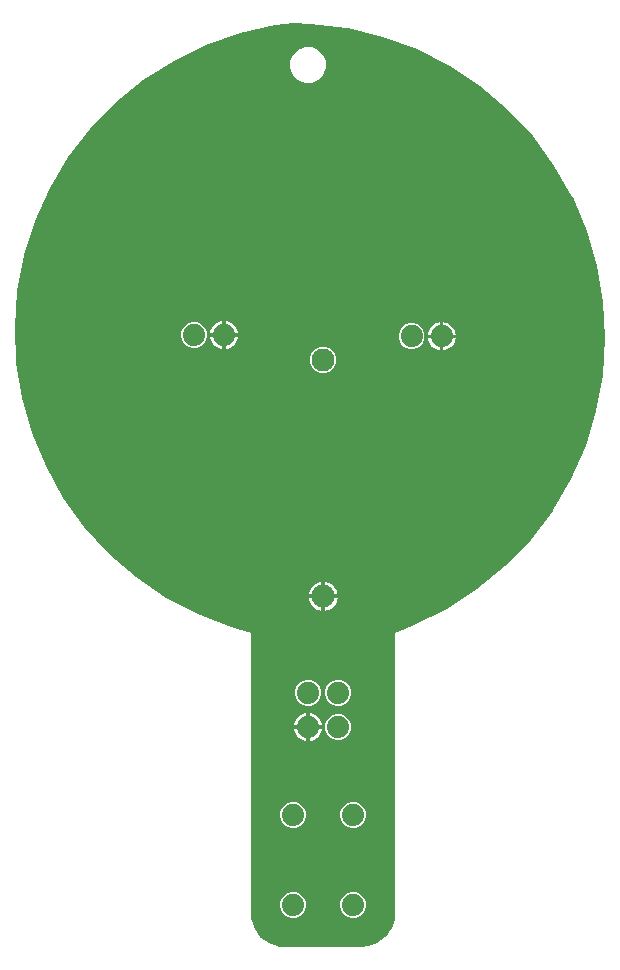
<source format=gtl>
G04 EAGLE Gerber X2 export*
G75*
%MOMM*%
%FSLAX34Y34*%
%LPD*%
%AMOC8*
5,1,8,0,0,1.08239X$1,22.5*%
G01*
%ADD10C,1.879600*%
%ADD11C,1.950000*%

G36*
X299869Y2544D02*
X299869Y2544D01*
X299907Y2543D01*
X304139Y2876D01*
X304144Y2877D01*
X304150Y2877D01*
X304314Y2911D01*
X312363Y5526D01*
X312395Y5543D01*
X312430Y5551D01*
X312576Y5634D01*
X319423Y10609D01*
X319448Y10634D01*
X319478Y10653D01*
X319591Y10777D01*
X324566Y17624D01*
X324582Y17656D01*
X324605Y17684D01*
X324674Y17837D01*
X327289Y25886D01*
X327290Y25891D01*
X327292Y25896D01*
X327324Y26061D01*
X327657Y30293D01*
X327655Y30315D01*
X327659Y30352D01*
X327659Y266127D01*
X327652Y266173D01*
X327654Y266220D01*
X327623Y266349D01*
X327620Y266370D01*
X327617Y266375D01*
X327615Y266383D01*
X327453Y266835D01*
X327586Y267116D01*
X327609Y267197D01*
X327641Y267275D01*
X327646Y267326D01*
X327654Y267352D01*
X327653Y267382D01*
X327659Y267441D01*
X327659Y267752D01*
X327998Y268091D01*
X328026Y268130D01*
X328060Y268161D01*
X328130Y268274D01*
X328142Y268291D01*
X328144Y268297D01*
X328148Y268304D01*
X328353Y268738D01*
X328646Y268842D01*
X328720Y268883D01*
X328797Y268916D01*
X328837Y268948D01*
X328861Y268962D01*
X328881Y268984D01*
X328928Y269021D01*
X329148Y269241D01*
X329581Y269241D01*
X329639Y269250D01*
X329696Y269250D01*
X329793Y269275D01*
X329824Y269280D01*
X329837Y269287D01*
X329858Y269293D01*
X343715Y274711D01*
X343736Y274723D01*
X343776Y274738D01*
X371378Y288413D01*
X371402Y288430D01*
X371455Y288457D01*
X397283Y305244D01*
X397305Y305264D01*
X397354Y305296D01*
X421059Y324968D01*
X421078Y324991D01*
X421123Y325029D01*
X442384Y347319D01*
X442400Y347344D01*
X442441Y347387D01*
X460970Y371995D01*
X460983Y372021D01*
X461019Y372069D01*
X476565Y398662D01*
X476576Y398689D01*
X476605Y398741D01*
X488960Y426959D01*
X488967Y426987D01*
X488990Y427042D01*
X497985Y456503D01*
X497989Y456532D01*
X498006Y456589D01*
X503520Y486896D01*
X503520Y486925D01*
X503531Y486983D01*
X505489Y517725D01*
X505486Y517755D01*
X505489Y517814D01*
X503865Y548575D01*
X503859Y548604D01*
X503855Y548663D01*
X498671Y579027D01*
X498662Y579055D01*
X498651Y579113D01*
X489977Y608671D01*
X489964Y608698D01*
X489947Y608754D01*
X477900Y637105D01*
X477884Y637130D01*
X477861Y637184D01*
X462604Y663944D01*
X462585Y663967D01*
X462556Y664019D01*
X444295Y688827D01*
X444274Y688847D01*
X444239Y688895D01*
X423222Y711415D01*
X423199Y711433D01*
X423158Y711476D01*
X399669Y731405D01*
X399643Y731420D01*
X399598Y731458D01*
X373954Y748524D01*
X373927Y748537D01*
X373878Y748569D01*
X346426Y762543D01*
X346397Y762552D01*
X346345Y762579D01*
X317456Y773271D01*
X317427Y773277D01*
X317371Y773297D01*
X287437Y780564D01*
X287407Y780566D01*
X287350Y780580D01*
X256774Y784322D01*
X256750Y784321D01*
X256708Y784327D01*
X241485Y784853D01*
X241453Y784849D01*
X241360Y784847D01*
X226438Y782887D01*
X226415Y782880D01*
X226373Y782876D01*
X196651Y776296D01*
X196623Y776285D01*
X196566Y776272D01*
X167809Y766287D01*
X167783Y766273D01*
X167727Y766253D01*
X140323Y752997D01*
X140299Y752980D01*
X140246Y752954D01*
X114567Y736606D01*
X114545Y736586D01*
X114495Y736554D01*
X90888Y717336D01*
X90868Y717313D01*
X90822Y717276D01*
X69606Y695446D01*
X69589Y695422D01*
X69548Y695380D01*
X51008Y671235D01*
X50994Y671209D01*
X50959Y671162D01*
X35348Y645028D01*
X35337Y645000D01*
X35307Y644949D01*
X22836Y617180D01*
X22828Y617151D01*
X22804Y617097D01*
X13641Y588068D01*
X13637Y588038D01*
X13619Y587982D01*
X7888Y558085D01*
X7888Y558055D01*
X7877Y557997D01*
X5655Y527637D01*
X5658Y527607D01*
X5654Y527549D01*
X6972Y497136D01*
X6978Y497107D01*
X6981Y497048D01*
X11821Y466994D01*
X11830Y466966D01*
X11840Y466907D01*
X20136Y437618D01*
X20149Y437591D01*
X20165Y437535D01*
X31806Y409407D01*
X31822Y409382D01*
X31844Y409327D01*
X46672Y382741D01*
X46690Y382718D01*
X46719Y382666D01*
X64532Y357981D01*
X64554Y357960D01*
X64588Y357913D01*
X85147Y335462D01*
X85170Y335444D01*
X85211Y335401D01*
X108237Y315489D01*
X108262Y315473D01*
X108307Y315435D01*
X133489Y298331D01*
X133515Y298319D01*
X133565Y298286D01*
X160562Y284221D01*
X160590Y284212D01*
X160643Y284185D01*
X189090Y273349D01*
X189114Y273344D01*
X189153Y273328D01*
X203447Y269270D01*
X203468Y269267D01*
X203488Y269259D01*
X203655Y269241D01*
X204252Y269241D01*
X204353Y269140D01*
X204451Y269070D01*
X204548Y268999D01*
X204551Y268998D01*
X204553Y268996D01*
X204563Y268993D01*
X204705Y268940D01*
X204843Y268905D01*
X205172Y268354D01*
X205178Y268346D01*
X205182Y268337D01*
X205287Y268206D01*
X205741Y267752D01*
X205741Y267610D01*
X205760Y267492D01*
X205779Y267373D01*
X205780Y267370D01*
X205780Y267367D01*
X205785Y267358D01*
X205848Y267220D01*
X205921Y267098D01*
X205764Y266476D01*
X205763Y266465D01*
X205759Y266456D01*
X205741Y266289D01*
X205741Y29828D01*
X205744Y29807D01*
X205743Y29769D01*
X206070Y25619D01*
X206071Y25613D01*
X206071Y25608D01*
X206105Y25444D01*
X208669Y17550D01*
X208686Y17519D01*
X208694Y17484D01*
X208777Y17338D01*
X213656Y10624D01*
X213681Y10599D01*
X213700Y10568D01*
X213824Y10456D01*
X220538Y5577D01*
X220570Y5561D01*
X220598Y5538D01*
X220750Y5469D01*
X228643Y2905D01*
X228649Y2904D01*
X228654Y2901D01*
X228819Y2870D01*
X232969Y2543D01*
X232991Y2545D01*
X233028Y2541D01*
X299848Y2541D01*
X299869Y2544D01*
G37*
%LPC*%
G36*
X250968Y734059D02*
X250968Y734059D01*
X245367Y736380D01*
X241080Y740667D01*
X238759Y746268D01*
X238759Y752332D01*
X241080Y757933D01*
X245367Y762220D01*
X250968Y764541D01*
X257032Y764541D01*
X262633Y762220D01*
X266920Y757933D01*
X269241Y752332D01*
X269241Y746268D01*
X266920Y740667D01*
X262633Y736380D01*
X257032Y734059D01*
X250968Y734059D01*
G37*
%LPD*%
%LPC*%
G36*
X264457Y488225D02*
X264457Y488225D01*
X260313Y489942D01*
X257142Y493113D01*
X255425Y497257D01*
X255425Y501743D01*
X257142Y505887D01*
X260313Y509058D01*
X264457Y510775D01*
X268943Y510775D01*
X273087Y509058D01*
X276258Y505887D01*
X277975Y501743D01*
X277975Y497257D01*
X276258Y493113D01*
X273087Y489942D01*
X268943Y488225D01*
X264457Y488225D01*
G37*
%LPD*%
%LPC*%
G36*
X239127Y27177D02*
X239127Y27177D01*
X235113Y28840D01*
X232040Y31913D01*
X230377Y35927D01*
X230377Y40273D01*
X232040Y44287D01*
X235113Y47360D01*
X239127Y49023D01*
X243473Y49023D01*
X247487Y47360D01*
X250560Y44287D01*
X252223Y40273D01*
X252223Y35927D01*
X250560Y31913D01*
X247487Y28840D01*
X243473Y27177D01*
X239127Y27177D01*
G37*
%LPD*%
%LPC*%
G36*
X289927Y27177D02*
X289927Y27177D01*
X285913Y28840D01*
X282840Y31913D01*
X281177Y35927D01*
X281177Y40273D01*
X282840Y44287D01*
X285913Y47360D01*
X289927Y49023D01*
X294273Y49023D01*
X298287Y47360D01*
X301360Y44287D01*
X303023Y40273D01*
X303023Y35927D01*
X301360Y31913D01*
X298287Y28840D01*
X294273Y27177D01*
X289927Y27177D01*
G37*
%LPD*%
%LPC*%
G36*
X239127Y103377D02*
X239127Y103377D01*
X235113Y105040D01*
X232040Y108113D01*
X230377Y112127D01*
X230377Y116473D01*
X232040Y120487D01*
X235113Y123560D01*
X239127Y125223D01*
X243473Y125223D01*
X247487Y123560D01*
X250560Y120487D01*
X252223Y116473D01*
X252223Y112127D01*
X250560Y108113D01*
X247487Y105040D01*
X243473Y103377D01*
X239127Y103377D01*
G37*
%LPD*%
%LPC*%
G36*
X289927Y103377D02*
X289927Y103377D01*
X285913Y105040D01*
X282840Y108113D01*
X281177Y112127D01*
X281177Y116473D01*
X282840Y120487D01*
X285913Y123560D01*
X289927Y125223D01*
X294273Y125223D01*
X298287Y123560D01*
X301360Y120487D01*
X303023Y116473D01*
X303023Y112127D01*
X301360Y108113D01*
X298287Y105040D01*
X294273Y103377D01*
X289927Y103377D01*
G37*
%LPD*%
%LPC*%
G36*
X277227Y177799D02*
X277227Y177799D01*
X273213Y179462D01*
X270140Y182535D01*
X268477Y186549D01*
X268477Y190895D01*
X270140Y194909D01*
X273213Y197982D01*
X277227Y199645D01*
X281573Y199645D01*
X285587Y197982D01*
X288660Y194909D01*
X290323Y190895D01*
X290323Y186549D01*
X288660Y182535D01*
X285587Y179462D01*
X281573Y177799D01*
X277227Y177799D01*
G37*
%LPD*%
%LPC*%
G36*
X251827Y206755D02*
X251827Y206755D01*
X247813Y208418D01*
X244740Y211491D01*
X243077Y215505D01*
X243077Y219851D01*
X244740Y223865D01*
X247813Y226938D01*
X251827Y228601D01*
X256173Y228601D01*
X260187Y226938D01*
X263260Y223865D01*
X264923Y219851D01*
X264923Y215505D01*
X263260Y211491D01*
X260187Y208418D01*
X256173Y206755D01*
X251827Y206755D01*
G37*
%LPD*%
%LPC*%
G36*
X277227Y206755D02*
X277227Y206755D01*
X273213Y208418D01*
X270140Y211491D01*
X268477Y215505D01*
X268477Y219851D01*
X270140Y223865D01*
X273213Y226938D01*
X277227Y228601D01*
X281573Y228601D01*
X285587Y226938D01*
X288660Y223865D01*
X290323Y219851D01*
X290323Y215505D01*
X288660Y211491D01*
X285587Y208418D01*
X281573Y206755D01*
X277227Y206755D01*
G37*
%LPD*%
%LPC*%
G36*
X155307Y509777D02*
X155307Y509777D01*
X151293Y511440D01*
X148220Y514513D01*
X146557Y518527D01*
X146557Y522873D01*
X148220Y526887D01*
X151293Y529960D01*
X155307Y531623D01*
X159653Y531623D01*
X163667Y529960D01*
X166740Y526887D01*
X168403Y522873D01*
X168403Y518527D01*
X166740Y514513D01*
X163667Y511440D01*
X159653Y509777D01*
X155307Y509777D01*
G37*
%LPD*%
%LPC*%
G36*
X339457Y508507D02*
X339457Y508507D01*
X335443Y510170D01*
X332370Y513243D01*
X330707Y517257D01*
X330707Y521603D01*
X332370Y525617D01*
X335443Y528690D01*
X339457Y530353D01*
X343803Y530353D01*
X347817Y528690D01*
X350890Y525617D01*
X352553Y521603D01*
X352553Y517257D01*
X350890Y513243D01*
X347817Y510170D01*
X343803Y508507D01*
X339457Y508507D01*
G37*
%LPD*%
%LPC*%
G36*
X268223Y301023D02*
X268223Y301023D01*
X268223Y311703D01*
X269578Y311488D01*
X271418Y310890D01*
X273142Y310012D01*
X274707Y308875D01*
X276075Y307507D01*
X277212Y305942D01*
X278090Y304218D01*
X278688Y302378D01*
X278903Y301023D01*
X268223Y301023D01*
G37*
%LPD*%
%LPC*%
G36*
X254497Y301023D02*
X254497Y301023D01*
X254712Y302378D01*
X255310Y304218D01*
X256188Y305942D01*
X257325Y307507D01*
X258693Y308875D01*
X260258Y310012D01*
X261982Y310890D01*
X263822Y311488D01*
X265177Y311703D01*
X265177Y301023D01*
X254497Y301023D01*
G37*
%LPD*%
%LPC*%
G36*
X268223Y297977D02*
X268223Y297977D01*
X278903Y297977D01*
X278688Y296622D01*
X278090Y294782D01*
X277212Y293058D01*
X276075Y291493D01*
X274707Y290125D01*
X273142Y288988D01*
X271418Y288110D01*
X269578Y287512D01*
X268223Y287297D01*
X268223Y297977D01*
G37*
%LPD*%
%LPC*%
G36*
X263822Y287512D02*
X263822Y287512D01*
X261982Y288110D01*
X260258Y288988D01*
X258693Y290125D01*
X257325Y291493D01*
X256188Y293058D01*
X255310Y294782D01*
X254712Y296622D01*
X254497Y297977D01*
X265177Y297977D01*
X265177Y287297D01*
X263822Y287512D01*
G37*
%LPD*%
%LPC*%
G36*
X184403Y522223D02*
X184403Y522223D01*
X184403Y532546D01*
X185676Y532345D01*
X187463Y531764D01*
X189137Y530911D01*
X190658Y529806D01*
X191986Y528478D01*
X193091Y526957D01*
X193944Y525283D01*
X194525Y523496D01*
X194726Y522223D01*
X184403Y522223D01*
G37*
%LPD*%
%LPC*%
G36*
X368553Y520953D02*
X368553Y520953D01*
X368553Y531276D01*
X369826Y531075D01*
X371613Y530494D01*
X373287Y529641D01*
X374808Y528536D01*
X376136Y527208D01*
X377241Y525687D01*
X378094Y524013D01*
X378675Y522226D01*
X378876Y520953D01*
X368553Y520953D01*
G37*
%LPD*%
%LPC*%
G36*
X255523Y190245D02*
X255523Y190245D01*
X255523Y200568D01*
X256796Y200367D01*
X258583Y199786D01*
X260257Y198933D01*
X261778Y197828D01*
X263106Y196500D01*
X264211Y194979D01*
X265064Y193305D01*
X265645Y191518D01*
X265846Y190245D01*
X255523Y190245D01*
G37*
%LPD*%
%LPC*%
G36*
X242154Y190245D02*
X242154Y190245D01*
X242355Y191518D01*
X242936Y193305D01*
X243789Y194979D01*
X244894Y196500D01*
X246222Y197828D01*
X247743Y198933D01*
X249417Y199786D01*
X251204Y200367D01*
X252477Y200568D01*
X252477Y190245D01*
X242154Y190245D01*
G37*
%LPD*%
%LPC*%
G36*
X355184Y520953D02*
X355184Y520953D01*
X355385Y522226D01*
X355966Y524013D01*
X356819Y525687D01*
X357924Y527208D01*
X359252Y528536D01*
X360773Y529641D01*
X362447Y530494D01*
X364234Y531075D01*
X365507Y531276D01*
X365507Y520953D01*
X355184Y520953D01*
G37*
%LPD*%
%LPC*%
G36*
X255523Y187199D02*
X255523Y187199D01*
X265846Y187199D01*
X265645Y185926D01*
X265064Y184139D01*
X264211Y182465D01*
X263106Y180944D01*
X261778Y179616D01*
X260257Y178511D01*
X258583Y177658D01*
X256796Y177077D01*
X255523Y176876D01*
X255523Y187199D01*
G37*
%LPD*%
%LPC*%
G36*
X368553Y517907D02*
X368553Y517907D01*
X378876Y517907D01*
X378675Y516634D01*
X378094Y514847D01*
X377241Y513173D01*
X376136Y511652D01*
X374808Y510324D01*
X373287Y509219D01*
X371613Y508366D01*
X369826Y507785D01*
X368553Y507584D01*
X368553Y517907D01*
G37*
%LPD*%
%LPC*%
G36*
X171034Y522223D02*
X171034Y522223D01*
X171235Y523496D01*
X171816Y525283D01*
X172669Y526957D01*
X173774Y528478D01*
X175102Y529806D01*
X176623Y530911D01*
X178297Y531764D01*
X180084Y532345D01*
X181357Y532546D01*
X181357Y522223D01*
X171034Y522223D01*
G37*
%LPD*%
%LPC*%
G36*
X184403Y519177D02*
X184403Y519177D01*
X194726Y519177D01*
X194525Y517904D01*
X193944Y516117D01*
X193091Y514443D01*
X191986Y512922D01*
X190658Y511594D01*
X189137Y510489D01*
X187463Y509636D01*
X185676Y509055D01*
X184403Y508854D01*
X184403Y519177D01*
G37*
%LPD*%
%LPC*%
G36*
X364234Y507785D02*
X364234Y507785D01*
X362447Y508366D01*
X360773Y509219D01*
X359252Y510324D01*
X357924Y511652D01*
X356819Y513173D01*
X355966Y514847D01*
X355385Y516634D01*
X355184Y517907D01*
X365507Y517907D01*
X365507Y507584D01*
X364234Y507785D01*
G37*
%LPD*%
%LPC*%
G36*
X251204Y177077D02*
X251204Y177077D01*
X249417Y177658D01*
X247743Y178511D01*
X246222Y179616D01*
X244894Y180944D01*
X243789Y182465D01*
X242936Y184139D01*
X242355Y185926D01*
X242154Y187199D01*
X252477Y187199D01*
X252477Y176876D01*
X251204Y177077D01*
G37*
%LPD*%
%LPC*%
G36*
X180084Y509055D02*
X180084Y509055D01*
X178297Y509636D01*
X176623Y510489D01*
X175102Y511594D01*
X173774Y512922D01*
X172669Y514443D01*
X171816Y516117D01*
X171235Y517904D01*
X171034Y519177D01*
X181357Y519177D01*
X181357Y508854D01*
X180084Y509055D01*
G37*
%LPD*%
%LPC*%
G36*
X266699Y299499D02*
X266699Y299499D01*
X266699Y299501D01*
X266701Y299501D01*
X266701Y299499D01*
X266699Y299499D01*
G37*
%LPD*%
%LPC*%
G36*
X182879Y520699D02*
X182879Y520699D01*
X182879Y520701D01*
X182881Y520701D01*
X182881Y520699D01*
X182879Y520699D01*
G37*
%LPD*%
%LPC*%
G36*
X367029Y519429D02*
X367029Y519429D01*
X367029Y519431D01*
X367031Y519431D01*
X367031Y519429D01*
X367029Y519429D01*
G37*
%LPD*%
%LPC*%
G36*
X253999Y188721D02*
X253999Y188721D01*
X253999Y188723D01*
X254001Y188723D01*
X254001Y188721D01*
X253999Y188721D01*
G37*
%LPD*%
D10*
X341630Y519430D03*
X367030Y519430D03*
X157480Y520700D03*
X182880Y520700D03*
X254000Y217678D03*
X254000Y188722D03*
X279400Y217678D03*
X279400Y188722D03*
X292100Y114300D03*
X292100Y38100D03*
X241300Y114300D03*
X241300Y38100D03*
D11*
X266700Y299500D03*
X266700Y499500D03*
M02*

</source>
